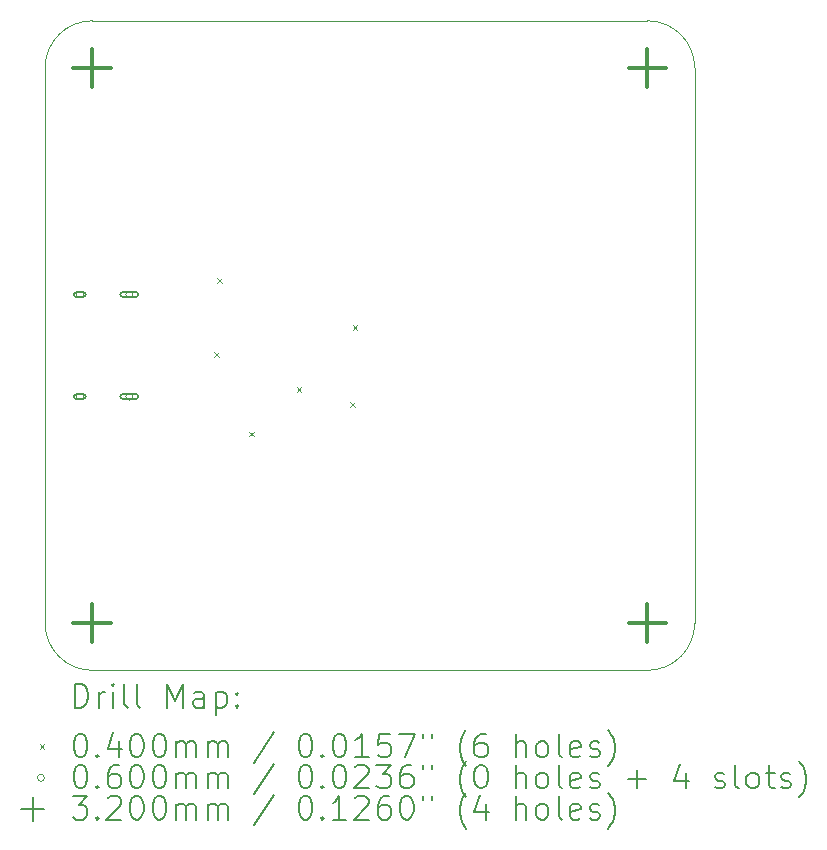
<source format=gbr>
%FSLAX45Y45*%
G04 Gerber Fmt 4.5, Leading zero omitted, Abs format (unit mm)*
G04 Created by KiCad (PCBNEW (6.0.5)) date 2024-08-03 11:58:11*
%MOMM*%
%LPD*%
G01*
G04 APERTURE LIST*
%TA.AperFunction,Profile*%
%ADD10C,0.100000*%
%TD*%
%ADD11C,0.200000*%
%ADD12C,0.040000*%
%ADD13C,0.060000*%
%ADD14C,0.320000*%
G04 APERTURE END LIST*
D10*
X17200000Y-11800000D02*
G75*
G03*
X17600000Y-11400000I0J400000D01*
G01*
X12500000Y-6300000D02*
G75*
G03*
X12100000Y-6700000I0J-400000D01*
G01*
X17600000Y-6700000D02*
G75*
G03*
X17200000Y-6300000I-400000J0D01*
G01*
X12500000Y-6300000D02*
X17200000Y-6300000D01*
X17600000Y-6700000D02*
X17600000Y-11400000D01*
X12100000Y-11400000D02*
G75*
G03*
X12500000Y-11800000I400000J0D01*
G01*
X12100000Y-6700000D02*
X12100000Y-11400000D01*
X12500000Y-11800000D02*
X17200000Y-11800000D01*
D11*
D12*
X13530000Y-9105000D02*
X13570000Y-9145000D01*
X13570000Y-9105000D02*
X13530000Y-9145000D01*
X13555000Y-8480000D02*
X13595000Y-8520000D01*
X13595000Y-8480000D02*
X13555000Y-8520000D01*
X13830000Y-9780000D02*
X13870000Y-9820000D01*
X13870000Y-9780000D02*
X13830000Y-9820000D01*
X14230000Y-9405000D02*
X14270000Y-9445000D01*
X14270000Y-9405000D02*
X14230000Y-9445000D01*
X14680000Y-9530000D02*
X14720000Y-9570000D01*
X14720000Y-9530000D02*
X14680000Y-9570000D01*
X14705000Y-8880000D02*
X14745000Y-8920000D01*
X14745000Y-8880000D02*
X14705000Y-8920000D01*
D13*
X12425000Y-8618000D02*
G75*
G03*
X12425000Y-8618000I-30000J0D01*
G01*
D11*
X12425000Y-8598000D02*
X12365000Y-8598000D01*
X12425000Y-8638000D02*
X12365000Y-8638000D01*
X12365000Y-8598000D02*
G75*
G03*
X12365000Y-8638000I0J-20000D01*
G01*
X12425000Y-8638000D02*
G75*
G03*
X12425000Y-8598000I0J20000D01*
G01*
D13*
X12425000Y-9482000D02*
G75*
G03*
X12425000Y-9482000I-30000J0D01*
G01*
D11*
X12425000Y-9462000D02*
X12365000Y-9462000D01*
X12425000Y-9502000D02*
X12365000Y-9502000D01*
X12365000Y-9462000D02*
G75*
G03*
X12365000Y-9502000I0J-20000D01*
G01*
X12425000Y-9502000D02*
G75*
G03*
X12425000Y-9462000I0J20000D01*
G01*
D13*
X12843000Y-8618000D02*
G75*
G03*
X12843000Y-8618000I-30000J0D01*
G01*
D11*
X12868000Y-8598000D02*
X12758000Y-8598000D01*
X12868000Y-8638000D02*
X12758000Y-8638000D01*
X12758000Y-8598000D02*
G75*
G03*
X12758000Y-8638000I0J-20000D01*
G01*
X12868000Y-8638000D02*
G75*
G03*
X12868000Y-8598000I0J20000D01*
G01*
D13*
X12843000Y-9482000D02*
G75*
G03*
X12843000Y-9482000I-30000J0D01*
G01*
D11*
X12868000Y-9462000D02*
X12758000Y-9462000D01*
X12868000Y-9502000D02*
X12758000Y-9502000D01*
X12758000Y-9462000D02*
G75*
G03*
X12758000Y-9502000I0J-20000D01*
G01*
X12868000Y-9502000D02*
G75*
G03*
X12868000Y-9462000I0J20000D01*
G01*
D14*
X12500000Y-6540000D02*
X12500000Y-6860000D01*
X12340000Y-6700000D02*
X12660000Y-6700000D01*
X12500000Y-11240000D02*
X12500000Y-11560000D01*
X12340000Y-11400000D02*
X12660000Y-11400000D01*
X17200000Y-6540000D02*
X17200000Y-6860000D01*
X17040000Y-6700000D02*
X17360000Y-6700000D01*
X17200000Y-11240000D02*
X17200000Y-11560000D01*
X17040000Y-11400000D02*
X17360000Y-11400000D01*
D11*
X12352619Y-12115476D02*
X12352619Y-11915476D01*
X12400238Y-11915476D01*
X12428809Y-11925000D01*
X12447857Y-11944048D01*
X12457381Y-11963095D01*
X12466905Y-12001190D01*
X12466905Y-12029762D01*
X12457381Y-12067857D01*
X12447857Y-12086905D01*
X12428809Y-12105952D01*
X12400238Y-12115476D01*
X12352619Y-12115476D01*
X12552619Y-12115476D02*
X12552619Y-11982143D01*
X12552619Y-12020238D02*
X12562143Y-12001190D01*
X12571667Y-11991667D01*
X12590714Y-11982143D01*
X12609762Y-11982143D01*
X12676428Y-12115476D02*
X12676428Y-11982143D01*
X12676428Y-11915476D02*
X12666905Y-11925000D01*
X12676428Y-11934524D01*
X12685952Y-11925000D01*
X12676428Y-11915476D01*
X12676428Y-11934524D01*
X12800238Y-12115476D02*
X12781190Y-12105952D01*
X12771667Y-12086905D01*
X12771667Y-11915476D01*
X12905000Y-12115476D02*
X12885952Y-12105952D01*
X12876428Y-12086905D01*
X12876428Y-11915476D01*
X13133571Y-12115476D02*
X13133571Y-11915476D01*
X13200238Y-12058333D01*
X13266905Y-11915476D01*
X13266905Y-12115476D01*
X13447857Y-12115476D02*
X13447857Y-12010714D01*
X13438333Y-11991667D01*
X13419286Y-11982143D01*
X13381190Y-11982143D01*
X13362143Y-11991667D01*
X13447857Y-12105952D02*
X13428809Y-12115476D01*
X13381190Y-12115476D01*
X13362143Y-12105952D01*
X13352619Y-12086905D01*
X13352619Y-12067857D01*
X13362143Y-12048809D01*
X13381190Y-12039286D01*
X13428809Y-12039286D01*
X13447857Y-12029762D01*
X13543095Y-11982143D02*
X13543095Y-12182143D01*
X13543095Y-11991667D02*
X13562143Y-11982143D01*
X13600238Y-11982143D01*
X13619286Y-11991667D01*
X13628809Y-12001190D01*
X13638333Y-12020238D01*
X13638333Y-12077381D01*
X13628809Y-12096428D01*
X13619286Y-12105952D01*
X13600238Y-12115476D01*
X13562143Y-12115476D01*
X13543095Y-12105952D01*
X13724048Y-12096428D02*
X13733571Y-12105952D01*
X13724048Y-12115476D01*
X13714524Y-12105952D01*
X13724048Y-12096428D01*
X13724048Y-12115476D01*
X13724048Y-11991667D02*
X13733571Y-12001190D01*
X13724048Y-12010714D01*
X13714524Y-12001190D01*
X13724048Y-11991667D01*
X13724048Y-12010714D01*
D12*
X12055000Y-12425000D02*
X12095000Y-12465000D01*
X12095000Y-12425000D02*
X12055000Y-12465000D01*
D11*
X12390714Y-12335476D02*
X12409762Y-12335476D01*
X12428809Y-12345000D01*
X12438333Y-12354524D01*
X12447857Y-12373571D01*
X12457381Y-12411667D01*
X12457381Y-12459286D01*
X12447857Y-12497381D01*
X12438333Y-12516428D01*
X12428809Y-12525952D01*
X12409762Y-12535476D01*
X12390714Y-12535476D01*
X12371667Y-12525952D01*
X12362143Y-12516428D01*
X12352619Y-12497381D01*
X12343095Y-12459286D01*
X12343095Y-12411667D01*
X12352619Y-12373571D01*
X12362143Y-12354524D01*
X12371667Y-12345000D01*
X12390714Y-12335476D01*
X12543095Y-12516428D02*
X12552619Y-12525952D01*
X12543095Y-12535476D01*
X12533571Y-12525952D01*
X12543095Y-12516428D01*
X12543095Y-12535476D01*
X12724048Y-12402143D02*
X12724048Y-12535476D01*
X12676428Y-12325952D02*
X12628809Y-12468809D01*
X12752619Y-12468809D01*
X12866905Y-12335476D02*
X12885952Y-12335476D01*
X12905000Y-12345000D01*
X12914524Y-12354524D01*
X12924048Y-12373571D01*
X12933571Y-12411667D01*
X12933571Y-12459286D01*
X12924048Y-12497381D01*
X12914524Y-12516428D01*
X12905000Y-12525952D01*
X12885952Y-12535476D01*
X12866905Y-12535476D01*
X12847857Y-12525952D01*
X12838333Y-12516428D01*
X12828809Y-12497381D01*
X12819286Y-12459286D01*
X12819286Y-12411667D01*
X12828809Y-12373571D01*
X12838333Y-12354524D01*
X12847857Y-12345000D01*
X12866905Y-12335476D01*
X13057381Y-12335476D02*
X13076428Y-12335476D01*
X13095476Y-12345000D01*
X13105000Y-12354524D01*
X13114524Y-12373571D01*
X13124048Y-12411667D01*
X13124048Y-12459286D01*
X13114524Y-12497381D01*
X13105000Y-12516428D01*
X13095476Y-12525952D01*
X13076428Y-12535476D01*
X13057381Y-12535476D01*
X13038333Y-12525952D01*
X13028809Y-12516428D01*
X13019286Y-12497381D01*
X13009762Y-12459286D01*
X13009762Y-12411667D01*
X13019286Y-12373571D01*
X13028809Y-12354524D01*
X13038333Y-12345000D01*
X13057381Y-12335476D01*
X13209762Y-12535476D02*
X13209762Y-12402143D01*
X13209762Y-12421190D02*
X13219286Y-12411667D01*
X13238333Y-12402143D01*
X13266905Y-12402143D01*
X13285952Y-12411667D01*
X13295476Y-12430714D01*
X13295476Y-12535476D01*
X13295476Y-12430714D02*
X13305000Y-12411667D01*
X13324048Y-12402143D01*
X13352619Y-12402143D01*
X13371667Y-12411667D01*
X13381190Y-12430714D01*
X13381190Y-12535476D01*
X13476428Y-12535476D02*
X13476428Y-12402143D01*
X13476428Y-12421190D02*
X13485952Y-12411667D01*
X13505000Y-12402143D01*
X13533571Y-12402143D01*
X13552619Y-12411667D01*
X13562143Y-12430714D01*
X13562143Y-12535476D01*
X13562143Y-12430714D02*
X13571667Y-12411667D01*
X13590714Y-12402143D01*
X13619286Y-12402143D01*
X13638333Y-12411667D01*
X13647857Y-12430714D01*
X13647857Y-12535476D01*
X14038333Y-12325952D02*
X13866905Y-12583095D01*
X14295476Y-12335476D02*
X14314524Y-12335476D01*
X14333571Y-12345000D01*
X14343095Y-12354524D01*
X14352619Y-12373571D01*
X14362143Y-12411667D01*
X14362143Y-12459286D01*
X14352619Y-12497381D01*
X14343095Y-12516428D01*
X14333571Y-12525952D01*
X14314524Y-12535476D01*
X14295476Y-12535476D01*
X14276428Y-12525952D01*
X14266905Y-12516428D01*
X14257381Y-12497381D01*
X14247857Y-12459286D01*
X14247857Y-12411667D01*
X14257381Y-12373571D01*
X14266905Y-12354524D01*
X14276428Y-12345000D01*
X14295476Y-12335476D01*
X14447857Y-12516428D02*
X14457381Y-12525952D01*
X14447857Y-12535476D01*
X14438333Y-12525952D01*
X14447857Y-12516428D01*
X14447857Y-12535476D01*
X14581190Y-12335476D02*
X14600238Y-12335476D01*
X14619286Y-12345000D01*
X14628809Y-12354524D01*
X14638333Y-12373571D01*
X14647857Y-12411667D01*
X14647857Y-12459286D01*
X14638333Y-12497381D01*
X14628809Y-12516428D01*
X14619286Y-12525952D01*
X14600238Y-12535476D01*
X14581190Y-12535476D01*
X14562143Y-12525952D01*
X14552619Y-12516428D01*
X14543095Y-12497381D01*
X14533571Y-12459286D01*
X14533571Y-12411667D01*
X14543095Y-12373571D01*
X14552619Y-12354524D01*
X14562143Y-12345000D01*
X14581190Y-12335476D01*
X14838333Y-12535476D02*
X14724048Y-12535476D01*
X14781190Y-12535476D02*
X14781190Y-12335476D01*
X14762143Y-12364048D01*
X14743095Y-12383095D01*
X14724048Y-12392619D01*
X15019286Y-12335476D02*
X14924048Y-12335476D01*
X14914524Y-12430714D01*
X14924048Y-12421190D01*
X14943095Y-12411667D01*
X14990714Y-12411667D01*
X15009762Y-12421190D01*
X15019286Y-12430714D01*
X15028809Y-12449762D01*
X15028809Y-12497381D01*
X15019286Y-12516428D01*
X15009762Y-12525952D01*
X14990714Y-12535476D01*
X14943095Y-12535476D01*
X14924048Y-12525952D01*
X14914524Y-12516428D01*
X15095476Y-12335476D02*
X15228809Y-12335476D01*
X15143095Y-12535476D01*
X15295476Y-12335476D02*
X15295476Y-12373571D01*
X15371667Y-12335476D02*
X15371667Y-12373571D01*
X15666905Y-12611667D02*
X15657381Y-12602143D01*
X15638333Y-12573571D01*
X15628809Y-12554524D01*
X15619286Y-12525952D01*
X15609762Y-12478333D01*
X15609762Y-12440238D01*
X15619286Y-12392619D01*
X15628809Y-12364048D01*
X15638333Y-12345000D01*
X15657381Y-12316428D01*
X15666905Y-12306905D01*
X15828809Y-12335476D02*
X15790714Y-12335476D01*
X15771667Y-12345000D01*
X15762143Y-12354524D01*
X15743095Y-12383095D01*
X15733571Y-12421190D01*
X15733571Y-12497381D01*
X15743095Y-12516428D01*
X15752619Y-12525952D01*
X15771667Y-12535476D01*
X15809762Y-12535476D01*
X15828809Y-12525952D01*
X15838333Y-12516428D01*
X15847857Y-12497381D01*
X15847857Y-12449762D01*
X15838333Y-12430714D01*
X15828809Y-12421190D01*
X15809762Y-12411667D01*
X15771667Y-12411667D01*
X15752619Y-12421190D01*
X15743095Y-12430714D01*
X15733571Y-12449762D01*
X16085952Y-12535476D02*
X16085952Y-12335476D01*
X16171667Y-12535476D02*
X16171667Y-12430714D01*
X16162143Y-12411667D01*
X16143095Y-12402143D01*
X16114524Y-12402143D01*
X16095476Y-12411667D01*
X16085952Y-12421190D01*
X16295476Y-12535476D02*
X16276428Y-12525952D01*
X16266905Y-12516428D01*
X16257381Y-12497381D01*
X16257381Y-12440238D01*
X16266905Y-12421190D01*
X16276428Y-12411667D01*
X16295476Y-12402143D01*
X16324048Y-12402143D01*
X16343095Y-12411667D01*
X16352619Y-12421190D01*
X16362143Y-12440238D01*
X16362143Y-12497381D01*
X16352619Y-12516428D01*
X16343095Y-12525952D01*
X16324048Y-12535476D01*
X16295476Y-12535476D01*
X16476428Y-12535476D02*
X16457381Y-12525952D01*
X16447857Y-12506905D01*
X16447857Y-12335476D01*
X16628809Y-12525952D02*
X16609762Y-12535476D01*
X16571667Y-12535476D01*
X16552619Y-12525952D01*
X16543095Y-12506905D01*
X16543095Y-12430714D01*
X16552619Y-12411667D01*
X16571667Y-12402143D01*
X16609762Y-12402143D01*
X16628809Y-12411667D01*
X16638333Y-12430714D01*
X16638333Y-12449762D01*
X16543095Y-12468809D01*
X16714524Y-12525952D02*
X16733571Y-12535476D01*
X16771667Y-12535476D01*
X16790714Y-12525952D01*
X16800238Y-12506905D01*
X16800238Y-12497381D01*
X16790714Y-12478333D01*
X16771667Y-12468809D01*
X16743095Y-12468809D01*
X16724048Y-12459286D01*
X16714524Y-12440238D01*
X16714524Y-12430714D01*
X16724048Y-12411667D01*
X16743095Y-12402143D01*
X16771667Y-12402143D01*
X16790714Y-12411667D01*
X16866905Y-12611667D02*
X16876429Y-12602143D01*
X16895476Y-12573571D01*
X16905000Y-12554524D01*
X16914524Y-12525952D01*
X16924048Y-12478333D01*
X16924048Y-12440238D01*
X16914524Y-12392619D01*
X16905000Y-12364048D01*
X16895476Y-12345000D01*
X16876429Y-12316428D01*
X16866905Y-12306905D01*
D13*
X12095000Y-12709000D02*
G75*
G03*
X12095000Y-12709000I-30000J0D01*
G01*
D11*
X12390714Y-12599476D02*
X12409762Y-12599476D01*
X12428809Y-12609000D01*
X12438333Y-12618524D01*
X12447857Y-12637571D01*
X12457381Y-12675667D01*
X12457381Y-12723286D01*
X12447857Y-12761381D01*
X12438333Y-12780428D01*
X12428809Y-12789952D01*
X12409762Y-12799476D01*
X12390714Y-12799476D01*
X12371667Y-12789952D01*
X12362143Y-12780428D01*
X12352619Y-12761381D01*
X12343095Y-12723286D01*
X12343095Y-12675667D01*
X12352619Y-12637571D01*
X12362143Y-12618524D01*
X12371667Y-12609000D01*
X12390714Y-12599476D01*
X12543095Y-12780428D02*
X12552619Y-12789952D01*
X12543095Y-12799476D01*
X12533571Y-12789952D01*
X12543095Y-12780428D01*
X12543095Y-12799476D01*
X12724048Y-12599476D02*
X12685952Y-12599476D01*
X12666905Y-12609000D01*
X12657381Y-12618524D01*
X12638333Y-12647095D01*
X12628809Y-12685190D01*
X12628809Y-12761381D01*
X12638333Y-12780428D01*
X12647857Y-12789952D01*
X12666905Y-12799476D01*
X12705000Y-12799476D01*
X12724048Y-12789952D01*
X12733571Y-12780428D01*
X12743095Y-12761381D01*
X12743095Y-12713762D01*
X12733571Y-12694714D01*
X12724048Y-12685190D01*
X12705000Y-12675667D01*
X12666905Y-12675667D01*
X12647857Y-12685190D01*
X12638333Y-12694714D01*
X12628809Y-12713762D01*
X12866905Y-12599476D02*
X12885952Y-12599476D01*
X12905000Y-12609000D01*
X12914524Y-12618524D01*
X12924048Y-12637571D01*
X12933571Y-12675667D01*
X12933571Y-12723286D01*
X12924048Y-12761381D01*
X12914524Y-12780428D01*
X12905000Y-12789952D01*
X12885952Y-12799476D01*
X12866905Y-12799476D01*
X12847857Y-12789952D01*
X12838333Y-12780428D01*
X12828809Y-12761381D01*
X12819286Y-12723286D01*
X12819286Y-12675667D01*
X12828809Y-12637571D01*
X12838333Y-12618524D01*
X12847857Y-12609000D01*
X12866905Y-12599476D01*
X13057381Y-12599476D02*
X13076428Y-12599476D01*
X13095476Y-12609000D01*
X13105000Y-12618524D01*
X13114524Y-12637571D01*
X13124048Y-12675667D01*
X13124048Y-12723286D01*
X13114524Y-12761381D01*
X13105000Y-12780428D01*
X13095476Y-12789952D01*
X13076428Y-12799476D01*
X13057381Y-12799476D01*
X13038333Y-12789952D01*
X13028809Y-12780428D01*
X13019286Y-12761381D01*
X13009762Y-12723286D01*
X13009762Y-12675667D01*
X13019286Y-12637571D01*
X13028809Y-12618524D01*
X13038333Y-12609000D01*
X13057381Y-12599476D01*
X13209762Y-12799476D02*
X13209762Y-12666143D01*
X13209762Y-12685190D02*
X13219286Y-12675667D01*
X13238333Y-12666143D01*
X13266905Y-12666143D01*
X13285952Y-12675667D01*
X13295476Y-12694714D01*
X13295476Y-12799476D01*
X13295476Y-12694714D02*
X13305000Y-12675667D01*
X13324048Y-12666143D01*
X13352619Y-12666143D01*
X13371667Y-12675667D01*
X13381190Y-12694714D01*
X13381190Y-12799476D01*
X13476428Y-12799476D02*
X13476428Y-12666143D01*
X13476428Y-12685190D02*
X13485952Y-12675667D01*
X13505000Y-12666143D01*
X13533571Y-12666143D01*
X13552619Y-12675667D01*
X13562143Y-12694714D01*
X13562143Y-12799476D01*
X13562143Y-12694714D02*
X13571667Y-12675667D01*
X13590714Y-12666143D01*
X13619286Y-12666143D01*
X13638333Y-12675667D01*
X13647857Y-12694714D01*
X13647857Y-12799476D01*
X14038333Y-12589952D02*
X13866905Y-12847095D01*
X14295476Y-12599476D02*
X14314524Y-12599476D01*
X14333571Y-12609000D01*
X14343095Y-12618524D01*
X14352619Y-12637571D01*
X14362143Y-12675667D01*
X14362143Y-12723286D01*
X14352619Y-12761381D01*
X14343095Y-12780428D01*
X14333571Y-12789952D01*
X14314524Y-12799476D01*
X14295476Y-12799476D01*
X14276428Y-12789952D01*
X14266905Y-12780428D01*
X14257381Y-12761381D01*
X14247857Y-12723286D01*
X14247857Y-12675667D01*
X14257381Y-12637571D01*
X14266905Y-12618524D01*
X14276428Y-12609000D01*
X14295476Y-12599476D01*
X14447857Y-12780428D02*
X14457381Y-12789952D01*
X14447857Y-12799476D01*
X14438333Y-12789952D01*
X14447857Y-12780428D01*
X14447857Y-12799476D01*
X14581190Y-12599476D02*
X14600238Y-12599476D01*
X14619286Y-12609000D01*
X14628809Y-12618524D01*
X14638333Y-12637571D01*
X14647857Y-12675667D01*
X14647857Y-12723286D01*
X14638333Y-12761381D01*
X14628809Y-12780428D01*
X14619286Y-12789952D01*
X14600238Y-12799476D01*
X14581190Y-12799476D01*
X14562143Y-12789952D01*
X14552619Y-12780428D01*
X14543095Y-12761381D01*
X14533571Y-12723286D01*
X14533571Y-12675667D01*
X14543095Y-12637571D01*
X14552619Y-12618524D01*
X14562143Y-12609000D01*
X14581190Y-12599476D01*
X14724048Y-12618524D02*
X14733571Y-12609000D01*
X14752619Y-12599476D01*
X14800238Y-12599476D01*
X14819286Y-12609000D01*
X14828809Y-12618524D01*
X14838333Y-12637571D01*
X14838333Y-12656619D01*
X14828809Y-12685190D01*
X14714524Y-12799476D01*
X14838333Y-12799476D01*
X14905000Y-12599476D02*
X15028809Y-12599476D01*
X14962143Y-12675667D01*
X14990714Y-12675667D01*
X15009762Y-12685190D01*
X15019286Y-12694714D01*
X15028809Y-12713762D01*
X15028809Y-12761381D01*
X15019286Y-12780428D01*
X15009762Y-12789952D01*
X14990714Y-12799476D01*
X14933571Y-12799476D01*
X14914524Y-12789952D01*
X14905000Y-12780428D01*
X15200238Y-12599476D02*
X15162143Y-12599476D01*
X15143095Y-12609000D01*
X15133571Y-12618524D01*
X15114524Y-12647095D01*
X15105000Y-12685190D01*
X15105000Y-12761381D01*
X15114524Y-12780428D01*
X15124048Y-12789952D01*
X15143095Y-12799476D01*
X15181190Y-12799476D01*
X15200238Y-12789952D01*
X15209762Y-12780428D01*
X15219286Y-12761381D01*
X15219286Y-12713762D01*
X15209762Y-12694714D01*
X15200238Y-12685190D01*
X15181190Y-12675667D01*
X15143095Y-12675667D01*
X15124048Y-12685190D01*
X15114524Y-12694714D01*
X15105000Y-12713762D01*
X15295476Y-12599476D02*
X15295476Y-12637571D01*
X15371667Y-12599476D02*
X15371667Y-12637571D01*
X15666905Y-12875667D02*
X15657381Y-12866143D01*
X15638333Y-12837571D01*
X15628809Y-12818524D01*
X15619286Y-12789952D01*
X15609762Y-12742333D01*
X15609762Y-12704238D01*
X15619286Y-12656619D01*
X15628809Y-12628048D01*
X15638333Y-12609000D01*
X15657381Y-12580428D01*
X15666905Y-12570905D01*
X15781190Y-12599476D02*
X15800238Y-12599476D01*
X15819286Y-12609000D01*
X15828809Y-12618524D01*
X15838333Y-12637571D01*
X15847857Y-12675667D01*
X15847857Y-12723286D01*
X15838333Y-12761381D01*
X15828809Y-12780428D01*
X15819286Y-12789952D01*
X15800238Y-12799476D01*
X15781190Y-12799476D01*
X15762143Y-12789952D01*
X15752619Y-12780428D01*
X15743095Y-12761381D01*
X15733571Y-12723286D01*
X15733571Y-12675667D01*
X15743095Y-12637571D01*
X15752619Y-12618524D01*
X15762143Y-12609000D01*
X15781190Y-12599476D01*
X16085952Y-12799476D02*
X16085952Y-12599476D01*
X16171667Y-12799476D02*
X16171667Y-12694714D01*
X16162143Y-12675667D01*
X16143095Y-12666143D01*
X16114524Y-12666143D01*
X16095476Y-12675667D01*
X16085952Y-12685190D01*
X16295476Y-12799476D02*
X16276428Y-12789952D01*
X16266905Y-12780428D01*
X16257381Y-12761381D01*
X16257381Y-12704238D01*
X16266905Y-12685190D01*
X16276428Y-12675667D01*
X16295476Y-12666143D01*
X16324048Y-12666143D01*
X16343095Y-12675667D01*
X16352619Y-12685190D01*
X16362143Y-12704238D01*
X16362143Y-12761381D01*
X16352619Y-12780428D01*
X16343095Y-12789952D01*
X16324048Y-12799476D01*
X16295476Y-12799476D01*
X16476428Y-12799476D02*
X16457381Y-12789952D01*
X16447857Y-12770905D01*
X16447857Y-12599476D01*
X16628809Y-12789952D02*
X16609762Y-12799476D01*
X16571667Y-12799476D01*
X16552619Y-12789952D01*
X16543095Y-12770905D01*
X16543095Y-12694714D01*
X16552619Y-12675667D01*
X16571667Y-12666143D01*
X16609762Y-12666143D01*
X16628809Y-12675667D01*
X16638333Y-12694714D01*
X16638333Y-12713762D01*
X16543095Y-12732809D01*
X16714524Y-12789952D02*
X16733571Y-12799476D01*
X16771667Y-12799476D01*
X16790714Y-12789952D01*
X16800238Y-12770905D01*
X16800238Y-12761381D01*
X16790714Y-12742333D01*
X16771667Y-12732809D01*
X16743095Y-12732809D01*
X16724048Y-12723286D01*
X16714524Y-12704238D01*
X16714524Y-12694714D01*
X16724048Y-12675667D01*
X16743095Y-12666143D01*
X16771667Y-12666143D01*
X16790714Y-12675667D01*
X17038333Y-12723286D02*
X17190714Y-12723286D01*
X17114524Y-12799476D02*
X17114524Y-12647095D01*
X17524048Y-12666143D02*
X17524048Y-12799476D01*
X17476429Y-12589952D02*
X17428810Y-12732809D01*
X17552619Y-12732809D01*
X17771667Y-12789952D02*
X17790714Y-12799476D01*
X17828810Y-12799476D01*
X17847857Y-12789952D01*
X17857381Y-12770905D01*
X17857381Y-12761381D01*
X17847857Y-12742333D01*
X17828810Y-12732809D01*
X17800238Y-12732809D01*
X17781190Y-12723286D01*
X17771667Y-12704238D01*
X17771667Y-12694714D01*
X17781190Y-12675667D01*
X17800238Y-12666143D01*
X17828810Y-12666143D01*
X17847857Y-12675667D01*
X17971667Y-12799476D02*
X17952619Y-12789952D01*
X17943095Y-12770905D01*
X17943095Y-12599476D01*
X18076429Y-12799476D02*
X18057381Y-12789952D01*
X18047857Y-12780428D01*
X18038333Y-12761381D01*
X18038333Y-12704238D01*
X18047857Y-12685190D01*
X18057381Y-12675667D01*
X18076429Y-12666143D01*
X18105000Y-12666143D01*
X18124048Y-12675667D01*
X18133571Y-12685190D01*
X18143095Y-12704238D01*
X18143095Y-12761381D01*
X18133571Y-12780428D01*
X18124048Y-12789952D01*
X18105000Y-12799476D01*
X18076429Y-12799476D01*
X18200238Y-12666143D02*
X18276429Y-12666143D01*
X18228810Y-12599476D02*
X18228810Y-12770905D01*
X18238333Y-12789952D01*
X18257381Y-12799476D01*
X18276429Y-12799476D01*
X18333571Y-12789952D02*
X18352619Y-12799476D01*
X18390714Y-12799476D01*
X18409762Y-12789952D01*
X18419286Y-12770905D01*
X18419286Y-12761381D01*
X18409762Y-12742333D01*
X18390714Y-12732809D01*
X18362143Y-12732809D01*
X18343095Y-12723286D01*
X18333571Y-12704238D01*
X18333571Y-12694714D01*
X18343095Y-12675667D01*
X18362143Y-12666143D01*
X18390714Y-12666143D01*
X18409762Y-12675667D01*
X18485952Y-12875667D02*
X18495476Y-12866143D01*
X18514524Y-12837571D01*
X18524048Y-12818524D01*
X18533571Y-12789952D01*
X18543095Y-12742333D01*
X18543095Y-12704238D01*
X18533571Y-12656619D01*
X18524048Y-12628048D01*
X18514524Y-12609000D01*
X18495476Y-12580428D01*
X18485952Y-12570905D01*
X11995000Y-12873000D02*
X11995000Y-13073000D01*
X11895000Y-12973000D02*
X12095000Y-12973000D01*
X12333571Y-12863476D02*
X12457381Y-12863476D01*
X12390714Y-12939667D01*
X12419286Y-12939667D01*
X12438333Y-12949190D01*
X12447857Y-12958714D01*
X12457381Y-12977762D01*
X12457381Y-13025381D01*
X12447857Y-13044428D01*
X12438333Y-13053952D01*
X12419286Y-13063476D01*
X12362143Y-13063476D01*
X12343095Y-13053952D01*
X12333571Y-13044428D01*
X12543095Y-13044428D02*
X12552619Y-13053952D01*
X12543095Y-13063476D01*
X12533571Y-13053952D01*
X12543095Y-13044428D01*
X12543095Y-13063476D01*
X12628809Y-12882524D02*
X12638333Y-12873000D01*
X12657381Y-12863476D01*
X12705000Y-12863476D01*
X12724048Y-12873000D01*
X12733571Y-12882524D01*
X12743095Y-12901571D01*
X12743095Y-12920619D01*
X12733571Y-12949190D01*
X12619286Y-13063476D01*
X12743095Y-13063476D01*
X12866905Y-12863476D02*
X12885952Y-12863476D01*
X12905000Y-12873000D01*
X12914524Y-12882524D01*
X12924048Y-12901571D01*
X12933571Y-12939667D01*
X12933571Y-12987286D01*
X12924048Y-13025381D01*
X12914524Y-13044428D01*
X12905000Y-13053952D01*
X12885952Y-13063476D01*
X12866905Y-13063476D01*
X12847857Y-13053952D01*
X12838333Y-13044428D01*
X12828809Y-13025381D01*
X12819286Y-12987286D01*
X12819286Y-12939667D01*
X12828809Y-12901571D01*
X12838333Y-12882524D01*
X12847857Y-12873000D01*
X12866905Y-12863476D01*
X13057381Y-12863476D02*
X13076428Y-12863476D01*
X13095476Y-12873000D01*
X13105000Y-12882524D01*
X13114524Y-12901571D01*
X13124048Y-12939667D01*
X13124048Y-12987286D01*
X13114524Y-13025381D01*
X13105000Y-13044428D01*
X13095476Y-13053952D01*
X13076428Y-13063476D01*
X13057381Y-13063476D01*
X13038333Y-13053952D01*
X13028809Y-13044428D01*
X13019286Y-13025381D01*
X13009762Y-12987286D01*
X13009762Y-12939667D01*
X13019286Y-12901571D01*
X13028809Y-12882524D01*
X13038333Y-12873000D01*
X13057381Y-12863476D01*
X13209762Y-13063476D02*
X13209762Y-12930143D01*
X13209762Y-12949190D02*
X13219286Y-12939667D01*
X13238333Y-12930143D01*
X13266905Y-12930143D01*
X13285952Y-12939667D01*
X13295476Y-12958714D01*
X13295476Y-13063476D01*
X13295476Y-12958714D02*
X13305000Y-12939667D01*
X13324048Y-12930143D01*
X13352619Y-12930143D01*
X13371667Y-12939667D01*
X13381190Y-12958714D01*
X13381190Y-13063476D01*
X13476428Y-13063476D02*
X13476428Y-12930143D01*
X13476428Y-12949190D02*
X13485952Y-12939667D01*
X13505000Y-12930143D01*
X13533571Y-12930143D01*
X13552619Y-12939667D01*
X13562143Y-12958714D01*
X13562143Y-13063476D01*
X13562143Y-12958714D02*
X13571667Y-12939667D01*
X13590714Y-12930143D01*
X13619286Y-12930143D01*
X13638333Y-12939667D01*
X13647857Y-12958714D01*
X13647857Y-13063476D01*
X14038333Y-12853952D02*
X13866905Y-13111095D01*
X14295476Y-12863476D02*
X14314524Y-12863476D01*
X14333571Y-12873000D01*
X14343095Y-12882524D01*
X14352619Y-12901571D01*
X14362143Y-12939667D01*
X14362143Y-12987286D01*
X14352619Y-13025381D01*
X14343095Y-13044428D01*
X14333571Y-13053952D01*
X14314524Y-13063476D01*
X14295476Y-13063476D01*
X14276428Y-13053952D01*
X14266905Y-13044428D01*
X14257381Y-13025381D01*
X14247857Y-12987286D01*
X14247857Y-12939667D01*
X14257381Y-12901571D01*
X14266905Y-12882524D01*
X14276428Y-12873000D01*
X14295476Y-12863476D01*
X14447857Y-13044428D02*
X14457381Y-13053952D01*
X14447857Y-13063476D01*
X14438333Y-13053952D01*
X14447857Y-13044428D01*
X14447857Y-13063476D01*
X14647857Y-13063476D02*
X14533571Y-13063476D01*
X14590714Y-13063476D02*
X14590714Y-12863476D01*
X14571667Y-12892048D01*
X14552619Y-12911095D01*
X14533571Y-12920619D01*
X14724048Y-12882524D02*
X14733571Y-12873000D01*
X14752619Y-12863476D01*
X14800238Y-12863476D01*
X14819286Y-12873000D01*
X14828809Y-12882524D01*
X14838333Y-12901571D01*
X14838333Y-12920619D01*
X14828809Y-12949190D01*
X14714524Y-13063476D01*
X14838333Y-13063476D01*
X15009762Y-12863476D02*
X14971667Y-12863476D01*
X14952619Y-12873000D01*
X14943095Y-12882524D01*
X14924048Y-12911095D01*
X14914524Y-12949190D01*
X14914524Y-13025381D01*
X14924048Y-13044428D01*
X14933571Y-13053952D01*
X14952619Y-13063476D01*
X14990714Y-13063476D01*
X15009762Y-13053952D01*
X15019286Y-13044428D01*
X15028809Y-13025381D01*
X15028809Y-12977762D01*
X15019286Y-12958714D01*
X15009762Y-12949190D01*
X14990714Y-12939667D01*
X14952619Y-12939667D01*
X14933571Y-12949190D01*
X14924048Y-12958714D01*
X14914524Y-12977762D01*
X15152619Y-12863476D02*
X15171667Y-12863476D01*
X15190714Y-12873000D01*
X15200238Y-12882524D01*
X15209762Y-12901571D01*
X15219286Y-12939667D01*
X15219286Y-12987286D01*
X15209762Y-13025381D01*
X15200238Y-13044428D01*
X15190714Y-13053952D01*
X15171667Y-13063476D01*
X15152619Y-13063476D01*
X15133571Y-13053952D01*
X15124048Y-13044428D01*
X15114524Y-13025381D01*
X15105000Y-12987286D01*
X15105000Y-12939667D01*
X15114524Y-12901571D01*
X15124048Y-12882524D01*
X15133571Y-12873000D01*
X15152619Y-12863476D01*
X15295476Y-12863476D02*
X15295476Y-12901571D01*
X15371667Y-12863476D02*
X15371667Y-12901571D01*
X15666905Y-13139667D02*
X15657381Y-13130143D01*
X15638333Y-13101571D01*
X15628809Y-13082524D01*
X15619286Y-13053952D01*
X15609762Y-13006333D01*
X15609762Y-12968238D01*
X15619286Y-12920619D01*
X15628809Y-12892048D01*
X15638333Y-12873000D01*
X15657381Y-12844428D01*
X15666905Y-12834905D01*
X15828809Y-12930143D02*
X15828809Y-13063476D01*
X15781190Y-12853952D02*
X15733571Y-12996809D01*
X15857381Y-12996809D01*
X16085952Y-13063476D02*
X16085952Y-12863476D01*
X16171667Y-13063476D02*
X16171667Y-12958714D01*
X16162143Y-12939667D01*
X16143095Y-12930143D01*
X16114524Y-12930143D01*
X16095476Y-12939667D01*
X16085952Y-12949190D01*
X16295476Y-13063476D02*
X16276428Y-13053952D01*
X16266905Y-13044428D01*
X16257381Y-13025381D01*
X16257381Y-12968238D01*
X16266905Y-12949190D01*
X16276428Y-12939667D01*
X16295476Y-12930143D01*
X16324048Y-12930143D01*
X16343095Y-12939667D01*
X16352619Y-12949190D01*
X16362143Y-12968238D01*
X16362143Y-13025381D01*
X16352619Y-13044428D01*
X16343095Y-13053952D01*
X16324048Y-13063476D01*
X16295476Y-13063476D01*
X16476428Y-13063476D02*
X16457381Y-13053952D01*
X16447857Y-13034905D01*
X16447857Y-12863476D01*
X16628809Y-13053952D02*
X16609762Y-13063476D01*
X16571667Y-13063476D01*
X16552619Y-13053952D01*
X16543095Y-13034905D01*
X16543095Y-12958714D01*
X16552619Y-12939667D01*
X16571667Y-12930143D01*
X16609762Y-12930143D01*
X16628809Y-12939667D01*
X16638333Y-12958714D01*
X16638333Y-12977762D01*
X16543095Y-12996809D01*
X16714524Y-13053952D02*
X16733571Y-13063476D01*
X16771667Y-13063476D01*
X16790714Y-13053952D01*
X16800238Y-13034905D01*
X16800238Y-13025381D01*
X16790714Y-13006333D01*
X16771667Y-12996809D01*
X16743095Y-12996809D01*
X16724048Y-12987286D01*
X16714524Y-12968238D01*
X16714524Y-12958714D01*
X16724048Y-12939667D01*
X16743095Y-12930143D01*
X16771667Y-12930143D01*
X16790714Y-12939667D01*
X16866905Y-13139667D02*
X16876429Y-13130143D01*
X16895476Y-13101571D01*
X16905000Y-13082524D01*
X16914524Y-13053952D01*
X16924048Y-13006333D01*
X16924048Y-12968238D01*
X16914524Y-12920619D01*
X16905000Y-12892048D01*
X16895476Y-12873000D01*
X16876429Y-12844428D01*
X16866905Y-12834905D01*
M02*

</source>
